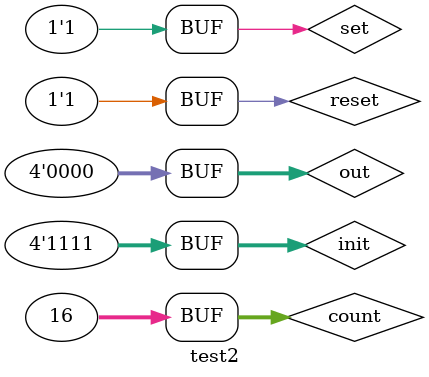
<source format=v>
`timescale 1ns / 1ps


module test2;
	reg [3:0] init;
	reg set;
	reg reset;
	wire [3:0] out;
	integer count;

	count15 instance(.init(init), .set(set), .reset(reset), .out(out));

	initial begin
		init = 0;
		set = 0;
		reset = 0;
		out = 0;
	end

	initial begin
		$monitor("[init, set, reset, out] = [%b, %b, %b, %b]", init, set, reset, out);
	end

	always @(set or reset or init)
		begin
			#20 reset <= 1;
			#25 set <= 1;
			for(count=0; count < 16; count=count+1)
				#23 init <= count;
		end
endmodule
</source>
